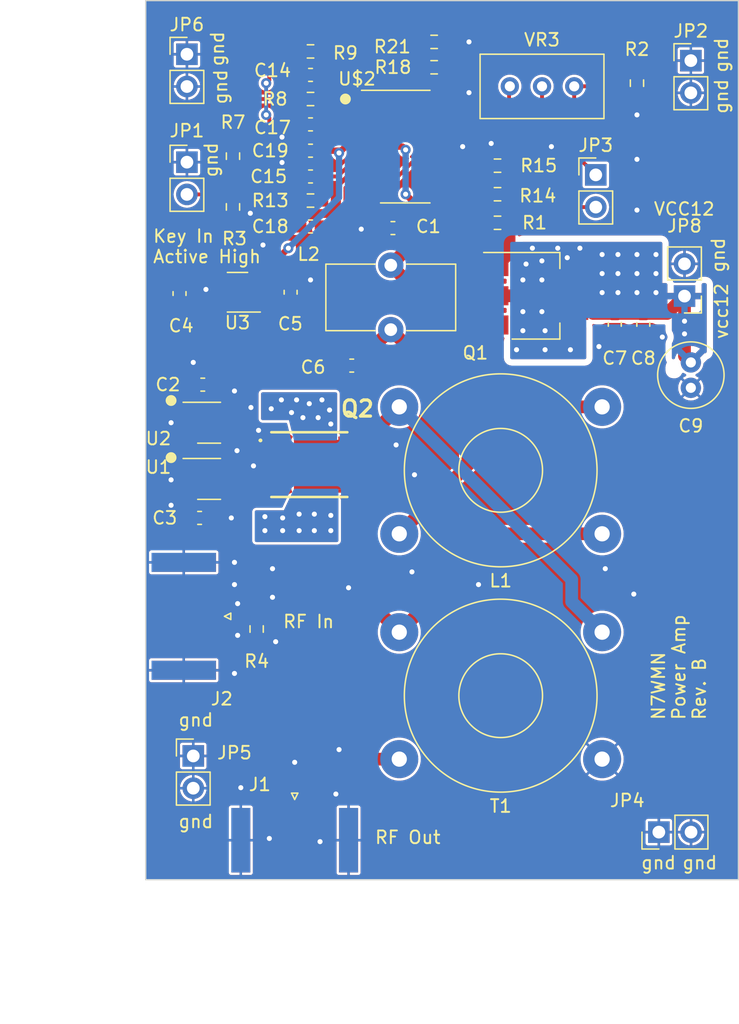
<source format=kicad_pcb>
(kicad_pcb (version 20221018) (generator pcbnew)
  (layers (0 "F.Cu" signal) (31 "B.Cu" signal) (34 "B.Paste" user) (35 "F.Paste" user) (36 "B.SilkS" user "B.Silkscreen") (37 "F.SilkS" user "F.Silkscreen") (38 "B.Mask" user) (39 "F.Mask" user) (44 "Edge.Cuts" user))
  (net 0 "")
  (net 1 "GND")
  (net 2 "/VCC3.3")
  (net 3 "/VCC12")
  (net 4 "Net-(C6-Pad2)")
  (net 5 "Net-(C14-Pad1)")
  (net 6 "Net-(U$2A--IN)")
  (net 7 "Net-(U$2B-+IN)")
  (net 8 "Net-(U$2A-+IN)")
  (net 9 "Net-(C18-Pad1)")
  (net 10 "Net-(U$2B--IN)")
  (net 11 "Net-(JP1-Pad2)")
  (net 12 "Net-(T1-AA)")
  (net 13 "Net-(T1-AB)")
  (net 14 "Net-(Q2A-G)")
  (net 15 "Net-(Q2B-G)")
  (net 16 "Net-(U$2C-OUT)")
  (net 17 "Net-(VR3-CCW)")
  (net 18 "Net-(U$2C--IN)")
  (net 19 "Net-(VR3-CW)")
  (net 20 "Net-(U$2D-OUT)")
  (net 21 "Net-(U$2D--IN)")
  (net 22 "Net-(U$2D-+IN)")
  (net 24 "Net-(Q1-E)")
  (net 25 "Net-(J1-In)")
  (net 26 "Net-(J2-In)")
  (net 27 "Net-(Q1-B)")
  (footprint "Package_SO:SOIC-14_3.9x8.7mm_P1.27mm" (layer "F.Cu") (at 85.8774 77.505)
    (fp_text reference "U$2")
    (fp_text value "OPA1679IDR")
  )
  (footprint "Capacitor_SMD:C_0603_1608Metric_Pad1.08x0.95mm_HandSolder" (layer "F.Cu") (at 81.655 94.755)
    (fp_text reference "C6")
    (fp_text value "1uF")
  )
  (footprint "Resistor_SMD:R_0603_1608Metric_Pad0.98x0.95mm_HandSolder" (layer "F.Cu") (at 93.155 81.255)
    (property "Value" "603-RC0603FR-073KL")
    (fp_text reference "R14")
    (fp_text value "3K")
  )
  (footprint "Connector_PinHeader_2.54mm:PinHeader_1x02_P2.54mm_Vertical" (layer "F.Cu") (at 68.655 70.23)
    (fp_text reference "JP6")
    (fp_text value "M02PTH")
  )
  (footprint "Connector_PinHeader_2.54mm:PinHeader_1x02_P2.54mm_Vertical" (layer "F.Cu") (at 108.405 70.73)
    (fp_text reference "JP2")
    (fp_text value "M02PTH")
  )
  (footprint "Resistor_SMD:R_0603_1608Metric_Pad0.98x0.95mm_HandSolder" (layer "F.Cu") (at 93.155 79.005)
    (property "Value" "603-RC0603FR-071KL")
    (fp_text reference "R15")
    (fp_text value "1K")
  )
  (footprint "Resistor_SMD:R_0603_1608Metric_Pad0.98x0.95mm_HandSolder" (layer "F.Cu") (at 78.405 70.005)
    (property "Value" "603-RC0603FR-0736KL")
    (fp_text reference "R9")
    (fp_text value "36K")
  )
  (footprint "Capacitor_THT:C_Radial_D5.0mm_H11.0mm_P2.00mm" (layer "F.Cu") (at 108.405 94.505 -90)
    (fp_text reference "C9")
    (fp_text value "CAP_POLPTH1")
  )
  (footprint "Package_TO_SOT_SMD:SOT-23-6_Handsoldering" (layer "F.Cu") (at 70.405 99.255)
    (fp_text reference "U2")
    (fp_text value "74LVC2G34")
  )
  (footprint "Resistor_SMD:R_0603_1608Metric_Pad0.98x0.95mm_HandSolder" (layer "F.Cu") (at 72.2884 78.255 -90)
    (property "Value" "603-RC0603FR-0733KL")
    (fp_text reference "R7")
    (fp_text value "33K")
  )
  (footprint "Connector_PinHeader_2.54mm:PinHeader_1x02_P2.54mm_Vertical" (layer "F.Cu") (at 69.155 125.505)
    (fp_text reference "JP5")
    (fp_text value "M02PTH")
  )
  (footprint "Connector_PinHeader_2.54mm:PinHeader_1x02_P2.54mm_Vertical" (layer "F.Cu") (at 68.655 78.73)
    (fp_text reference "JP1")
    (fp_text value "M02PTH")
  )
  (footprint "Connector_PinHeader_2.54mm:PinHeader_1x02_P2.54mm_Vertical" (layer "F.Cu") (at 107.905 89.28 180)
    (fp_text reference "JP8")
    (fp_text value "M02PTH")
  )
  (footprint "Package_TO_SOT_SMD:SOT-223" (layer "F.Cu") (at 96.1644 89.2556)
    (fp_text reference "Q1")
    (fp_text value "PBSS4360Z")
  )
  (footprint "Connector_Coaxial:SMA_Amphenol_132289_EdgeMount" (layer "F.Cu") (at 77.155 132.1425 -90)
    (fp_text reference "J1")
    (fp_text value "Conn_Coaxial")
  )
  (footprint "SamacSys_Parts:DMN10H220LPDW13" (layer "F.Cu") (at 80.905 102.555 -90)
    (fp_text reference "Q2")
    (fp_text value "DMN10H220LPDW" hide)
  )
  (footprint "Connector_PinHeader_2.54mm:PinHeader_1x02_P2.54mm_Vertical" (layer "F.Cu") (at 105.88 131.505 90)
    (fp_text reference "JP4")
    (fp_text value "M02PTH")
  )
  (footprint "Capacitor_SMD:C_0603_1608Metric_Pad1.08x0.95mm_HandSolder" (layer "F.Cu") (at 76.835 88.9762 -90)
    (fp_text reference "C5")
    (fp_text value "0.1uF")
  )
  (footprint "Resistor_SMD:R_0603_1608Metric_Pad0.98x0.95mm_HandSolder" (layer "F.Cu") (at 93.155 83.505 180)
    (fp_text reference "R1")
    (fp_text value "0")
  )
  (footprint "Capacitor_SMD:C_0603_1608Metric_Pad1.08x0.95mm_HandSolder" (layer "F.Cu") (at 78.405 77.8256)
    (fp_text reference "C19")
    (fp_text value "0.1uF")
  )
  (footprint "Resistor_SMD:R_0603_1608Metric_Pad0.98x0.95mm_HandSolder" (layer "F.Cu") (at 104.155 72.505 90)
    (property "Value" "603-RC0603FR-071KL")
    (fp_text reference "R2")
    (fp_text value "1K")
  )
  (footprint "Resistor_SMD:R_0603_1608Metric_Pad0.98x0.95mm_HandSolder" (layer "F.Cu") (at 88.155 71.255 180)
    (fp_text reference "R18")
    (fp_text value "0")
  )
  (footprint "Capacitor_SMD:C_0603_1608Metric_Pad1.08x0.95mm_HandSolder" (layer "F.Cu") (at 102.405 91.505 90)
    (fp_text reference "C7")
    (fp_text value "0.01uF")
  )
  (footprint "Capacitor_SMD:C_0603_1608Metric_Pad1.08x0.95mm_HandSolder" (layer "F.Cu") (at 69.655 106.755)
    (fp_text reference "C3")
    (fp_text value "0.1uF")
  )
  (footprint "Resistor_SMD:R_0603_1608Metric_Pad0.98x0.95mm_HandSolder" (layer "F.Cu") (at 88.155 69.255 180)
    (fp_text reference "R21")
    (fp_text value "0")
  )
  (footprint "Capacitor_SMD:C_0603_1608Metric_Pad1.08x0.95mm_HandSolder" (layer "F.Cu") (at 68.072 89.0778 -90)
    (fp_text reference "C4")
    (fp_text value "1uF")
  )
  (footprint "Resistor_SMD:R_0603_1608Metric_Pad0.98x0.95mm_HandSolder" (layer "F.Cu") (at 78.405 73.755 180)
    (property "Value" "603-RC0603FR-078K2L")
    (fp_text reference "R8")
    (fp_text value "8.2K")
  )
  (footprint "Capacitor_SMD:C_0603_1608Metric_Pad1.08x0.95mm_HandSolder" (layer "F.Cu") (at 78.405 75.755 180)
    (property "Value" "710-885012206071")
    (fp_text reference "C17")
    (fp_text value "0.1uF")
  )
  (footprint "Resistor_SMD:R_0603_1608Metric_Pad0.98x0.95mm_HandSolder" (layer "F.Cu") (at 78.405 81.755 180)
    (property "Value" "603-RC0603FR-0711KL")
    (fp_text reference "R13")
    (fp_text value "11K")
  )
  (footprint "Capacitor_SMD:C_0603_1608Metric_Pad1.08x0.95mm_HandSolder" (layer "F.Cu") (at 78.405 79.8576 180)
    (property "Value" "80-C0603C223K3R")
    (fp_text reference "C15")
    (fp_text value "0.022uF")
  )
  (footprint "Capacitor_SMD:C_0603_1608Metric_Pad1.08x0.95mm_HandSolder" (layer "F.Cu") (at 84.905 83.9216)
    (fp_text reference "C1")
    (fp_text value "1uF")
  )
  (footprint "Transformer_THT:Transformer_Toroid_Horizontal_D14.0mm_Amidon-T50" (layer "F.Cu") (at 101.405 98.005 180)
    (fp_text reference "L1")
    (fp_text value "L_Ferrite_Coupled")
  )
  (footprint "Inductor_THT:L_Toroid_Vertical_L10.0mm_W5.0mm_P5.08mm" (layer "F.Cu") (at 84.7344 86.8426)
    (fp_text reference "L2")
    (fp_text value "L_Ferrite")
  )
  (footprint "Resistor_SMD:R_0603_1608Metric_Pad0.98x0.95mm_HandSolder" (layer "F.Cu") (at 74.155 115.505 90)
    (property "Value" "603-RC0603FR-0733KL")
    (fp_text reference "R4")
    (fp_text value "47K")
  )
  (footprint "Capacitor_SMD:C_0603_1608Metric_Pad1.08x0.95mm_HandSolder" (layer "F.Cu") (at 104.655 91.505 90)
    (fp_text reference "C8")
    (fp_text value "0.1uF")
  )
  (footprint "Package_TO_SOT_SMD:SOT-23-6_Handsoldering" (layer "F.Cu") (at 70.405 103.6828)
    (fp_text reference "U1")
    (fp_text value "74LVC2G04")
  )
  (footprint "Capacitor_SMD:C_0603_1608Metric_Pad1.08x0.95mm_HandSolder" (layer "F.Cu") (at 78.405 71.8566)
    (property "Value" "710-885012206073")
    (fp_text reference "C14")
    (fp_text value "0.22uF")
  )
  (footprint "Resistor_SMD:R_0603_1608Metric_Pad0.98x0.95mm_HandSolder" (layer "F.Cu") (at 72.2884 82.255 -90)
    (property "Value" "603-RC0603FR-0733KL")
    (fp_text reference "R3")
    (fp_text value "47K")
  )
  (footprint "Connector_Coaxial:SMA_Amphenol_132289_EdgeMount" (layer "F.Cu") (at 68.405 114.505 180)
    (fp_text reference "J2")
    (fp_text value "Conn_Coaxial")
  )
  (footprint "Capacitor_SMD:C_0603_1608Metric_Pad1.08x0.95mm_HandSolder" (layer "F.Cu") (at 78.405 83.7946)
    (property "Value" "710-885012206073")
    (fp_text reference "C18")
    (fp_text value "0.22uF")
  )
  (footprint "Connector_PinHeader_2.54mm:PinHeader_1x02_P2.54mm_Vertical" (layer "F.Cu") (at 100.905 79.73)
    (fp_text reference "JP3")
    (fp_text value "M02PTH")
  )
  (footprint "Capacitor_SMD:C_0603_1608Metric_Pad1.08x0.95mm_HandSolder" (layer "F.Cu") (at 69.905 96.255)
    (fp_text reference "C2")
    (fp_text value "0.1uF")
  )
  (footprint "Transformer_THT:Transformer_Toroid_Horizontal_D14.0mm_Amidon-T50" (layer "F.Cu") (at 101.405 115.755 180)
    (fp_text reference "T1")
    (fp_text value "1:1")
  )
  (footprint "Package_TO_SOT_SMD:SOT-23-5" (layer "F.Cu") (at 72.644 88.9762 180)
    (fp_text reference "U3")
    (fp_text value "MIC5205-3.3YM5")
  )
  (footprint "Potentiometer_THT:Potentiometer_Bourns_3296W_Vertical" (layer "F.Cu") (at 99.205 72.755)
    (fp_text reference "VR3")
    (fp_text value "3296W-1-505LF")
  )
  (gr_circle (center 81.155 73.755) (end 81.508553 73.755) (stroke (width 0.15)) (fill solid) (layer "F.SilkS"))
  (gr_circle (center 67.405 102.005) (end 67.758553 102.005) (stroke (width 0.15)) (fill solid) (layer "F.SilkS"))
  (gr_circle (center 67.405 97.505) (end 67.758553 97.505) (stroke (width 0.15)) (fill solid) (layer "F.SilkS"))
  (gr_rect (start 65.405 66.005) (end 112.155 135.255) (stroke (width 0.1)) (fill none) (layer "Edge.Cuts"))
  (gr_text "gnd" (at 67.905 131.255) (layer "F.SilkS") (effects (font (size 1 1)) (justify left bottom)))
  (gr_text "vcc12" (at 111.405 92.755 90) (layer "F.SilkS") (effects (font (size 1 1)) (justify left bottom)))
  (gr_text "gnd" (at 71.155 80.005 90) (layer "F.SilkS") (effects (font (size 1 1)) (justify left bottom)))
  (gr_text "gnd" (at 111.155 87.505 90) (layer "F.SilkS") (effects (font (size 1 1)) (justify left bottom)))
  (gr_text "gnd" (at 67.905 123.255) (layer "F.SilkS") (effects (font (size 1 1)) (justify left bottom)))
  (gr_text "gnd" (at 71.655 71.255 90) (layer "F.SilkS") (effects (font (size 1 1)) (justify left bottom)))
  (gr_text "gnd" (at 111.405 75.005 90) (layer "F.SilkS") (effects (font (size 1 1)) (justify left bottom)))
  (gr_text "gnd" (at 111.405 71.755 90) (layer "F.SilkS") (effects (font (size 1 1)) (justify left bottom)))
  (gr_text "VCC12" (at 105.405 83.005) (layer "F.SilkS") (effects (font (size 1 1)) (justify left bottom)))
  (gr_text "gnd" (at 107.655 134.505) (layer "F.SilkS") (effects (font (size 1 1)) (justify left bottom)))
  (gr_text "RF Out" (at 83.405 132.505) (layer "F.SilkS") (effects (font (size 1 1)) (justify left bottom)))
  (gr_text "RF In" (at 76.155 115.505) (layer "F.SilkS") (effects (font (size 1 1)) (justify left bottom)))
  (gr_text "gnd" (at 71.905 74.255 90) (layer "F.SilkS") (effects (font (size 1 1)) (justify left bottom)))
  (gr_text "Key In\nActive High" (at 65.905 86.755) (layer "F.SilkS") (effects (font (size 1 1)) (justify left bottom)))
  (gr_text "N7WMN\nPower Amp\nRev. B" (at 109.655 122.755 90) (layer "F.SilkS") (effects (font (size 1 1)) (justify left bottom)))
  (gr_text "gnd" (at 104.405 134.505) (layer "F.SilkS") (effects (font (size 1 1)) (justify left bottom)))
  (via (at 86.605 103.355) (size 0.8) (drill 0.4) (layers "F.Cu" "B.Cu") (net 1))
  (via (at 72.905 128.005) (size 0.8) (drill 0.4) (layers "F.Cu" "B.Cu") (net 1))
  (via (at 77.155 126.005) (size 0.8) (drill 0.4) (layers "F.Cu" "B.Cu") (net 1))
  (via (at 73.705 98.055) (size 0.8) (drill 0.4) (layers "F.Cu" "B.Cu") (net 1))
  (via (at 81.405 112.255) (size 0.8) (drill 0.4) (layers "F.Cu" "B.Cu") (net 1))
  (via (at 76.155 78.755) (size 0.8) (drill 0.4) (layers "F.Cu" "B.Cu") (net 1))
  (via (at 79.155 132.255) (size 0.8) (drill 0.4) (layers "F.Cu" "B.Cu") (net 1))
  (via (at 72.405 112.005) (size 0.8) (drill 0.4) (layers "F.Cu" "B.Cu") (net 1))
  (via (at 104.155 75.005) (size 0.8) (drill 0.4) (layers "F.Cu" "B.Cu") (net 1))
  (via (at 72.655 116.005) (size 0.8) (drill 0.4) (layers "F.Cu" "B.Cu") (net 1))
  (via (at 90.905 69.255) (size 0.8) (drill 0.4) (layers "F.Cu" "B.Cu") (net 1))
  (via (at 75.155 132.005) (size 0.8) (drill 0.4) (layers "F.Cu" "B.Cu") (net 1))
  (via (at 67.405 105.755) (size 0.8) (drill 0.4) (layers "F.Cu" "B.Cu") (net 1))
  (via (at 72.405 96.755) (size 0.8) (drill 0.4) (layers "F.Cu" "B.Cu") (net 1))
  (via (at 75.405 110.755) (size 0.8) (drill 0.4) (layers "F.Cu" "B.Cu") (net 1))
  (via (at 92.655 77.255) (size 0.8) (drill 0.4) (layers "F.Cu" "B.Cu") (net 1))
  (via (at 86.405 111.005) (size 0.8) (drill 0.4) (layers "F.Cu" "B.Cu") (net 1))
  (via (at 106.155 92.505) (size 0.8) (drill 0.4) (layers "F.Cu" "B.Cu") (net 1))
  (via (at 91.655 112.005) (size 0.8) (drill 0.4) (layers "F.Cu" "B.Cu") (net 1))
  (via (at 72.155 106.755) (size 0.8) (drill 0.4) (layers "F.Cu" "B.Cu") (net 1))
  (via (at 72.605 101.455) (size 0.8) (drill 0.4) (layers "F.Cu" "B.Cu") (net 1))
  (via (at 70.155 88.755) (size 0.8) (drill 0.4) (layers "F.Cu" "B.Cu") (net 1))
  (via (at 85.155 101.005) (size 0.8) (drill 0.4) (layers "F.Cu" "B.Cu") (net 1))
  (via (at 74.305 99.855) (size 0.8) (drill 0.4) (layers "F.Cu" "B.Cu") (net 1))
  (via (at 78.405 88.005) (size 0.8) (drill 0.4) (layers "F.Cu" "B.Cu") (net 1))
  (via (at 72.405 110.255) (size 0.8) (drill 0.4) (layers "F.Cu" "B.Cu") (net 1))
  (via (at 104.155 78.505) (size 0.8) (drill 0.4) (layers "F.Cu" "B.Cu") (net 1))
  (via (at 73.905 102.655) (size 0.8) (drill 0.4) (layers "F.Cu" "B.Cu") (net 1))
  (via (at 73.655 82.755) (size 0.8) (drill 0.4) (layers "F.Cu" "B.Cu") (net 1))
  (via (at 67.405 99.255) (size 0.8) (drill 0.4) (layers "F.Cu" "B.Cu") (net 1))
  (via (at 69.155 94.505) (size 0.8) (drill 0.4) (layers "F.Cu" "B.Cu") (net 1))
  (via (at 82.405 84.005) (size 0.8) (drill 0.4) (layers "F.Cu" "B.Cu") (net 1))
  (via (at 101.655 110.755) (size 0.8) (drill 0.4) (layers "F.Cu" "B.Cu") (net 1))
  (via (at 90.905 73.255) (size 0.8) (drill 0.4) (layers "F.Cu" "B.Cu") (net 1))
  (via (at 97.405 77.505) (size 0.8) (drill 0.4) (layers "F.Cu" "B.Cu") (net 1))
  (via (at 104.155 82.505) (size 0.8) (drill 0.4) (layers "F.Cu" "B.Cu") (net 1))
  (via (at 67.405 103.755) (size 0.8) (drill 0.4) (layers "F.Cu" "B.Cu") (net 1))
  (via (at 75.655 116.505) (size 0.8) (drill 0.4) (layers "F.Cu" "B.Cu") (net 1))
  (via (at 101.155 93.255) (size 0.8) (drill 0.4) (layers "F.Cu" "B.Cu") (net 1))
  (via (at 76.155 76.755) (size 0.8) (drill 0.4) (layers "F.Cu" "B.Cu") (net 1))
  (via (at 74.655 85.255) (size 0.8) (drill 0.4) (layers "F.Cu" "B.Cu") (net 1))
  (via (at 80.405 128.505) (size 0.8) (drill 0.4) (layers "F.Cu" "B.Cu") (net 1))
  (via (at 90.405 77.505) (size 0.8) (drill 0.4) (layers "F.Cu" "B.Cu") (net 1))
  (via (at 103.905 112.755) (size 0.8) (drill 0.4) (layers "F.Cu" "B.Cu") (net 1))
  (via (at 80.655 125.005) (size 0.8) (drill 0.4) (layers "F.Cu" "B.Cu") (net 1))
  (via (at 72.405 119.005) (size 0.8) (drill 0.4) (layers "F.Cu" "B.Cu") (net 1))
  (via (at 75.405 113.005) (size 0.8) (drill 0.4) (layers "F.Cu" "B.Cu") (net 1))
  (via (at 72.655 113.505) (size 0.8) (drill 0.4) (layers "F.Cu" "B.Cu") (net 1))
  (segment (start 70.7675 96.255) (end 70.405 96.6175) (width 0.3048) (layer "F.Cu") (net 2))
  (segment (start 71.5065 89.9262) (end 68.0861 89.9262) (width 0.5) (layer "F.Cu") (net 2))
  (segment (start 71.5065 89.9262) (end 70.7675 90.6652) (width 0.5) (layer "F.Cu") (net 2))
  (segment (start 70.6702 103.6828) (end 71.755 103.6828) (width 0.3048) (layer "F.Cu") (net 2))
  (segment (start 70.405 103.723) (end 70.5175 103.8355) (width 0.3048) (layer "F.Cu") (net 2))
  (segment (start 70.5175 103.8355) (end 70.6702 103.6828) (width 0.3048) (layer "F.Cu") (net 2))
  (segment (start 68.0861 89.9262) (end 68.072 89.9403) (width 0.5) (layer "F.Cu") (net 2))
  (segment (start 70.405 99.255) (end 71.755 99.255) (width 0.3048) (layer "F.Cu") (net 2))
  (segment (start 70.5175 106.755) (end 70.5175 103.8355) (width 0.3048) (layer "F.Cu") (net 2))
  (segment (start 70.7675 90.6652) (end 70.7675 96.255) (width 0.5) (layer "F.Cu") (net 2))
  (segment (start 70.405 99.255) (end 70.405 103.723) (width 0.3048) (layer "F.Cu") (net 2))
  (segment (start 70.405 96.6175) (end 70.405 99.255) (width 0.3048) (layer "F.Cu") (net 2))
  (segment (start 99.3144 89.2556) (end 93.0144 89.2556) (width 1) (layer "F.Cu") (net 3))
  (segment (start 76.7475 89.9262) (end 76.835 89.8387) (width 0.5) (layer "F.Cu") (net 3))
  (segment (start 102.405 90.6425) (end 100.7013 90.6425) (width 1) (layer "F.Cu") (net 3))
  (segment (start 102.405 90.6425) (end 104.655 90.6425) (width 1) (layer "F.Cu") (net 3))
  (segment (start 73.7815 89.9262) (end 75.405 89.9262) (width 0.5) (layer "F.Cu") (net 3))
  (segment (start 104.655 90.6425) (end 106.5425 90.6425) (width 1) (layer "F.Cu") (net 3))
  (segment (start 75.1762 88.0262) (end 75.405 88.255) (width 0.5) (layer "F.Cu") (net 3))
  (segment (start 100.7013 90.6425) (end 99.3144 89.2556) (width 1) (layer "F.Cu") (net 3))
  (segment (start 90.155 85.505) (end 90.155 88.755) (width 0.5) (layer "F.Cu") (net 3))
  (segment (start 107.905 89.28) (end 107.905 91.255) (width 1) (layer "F.Cu") (net 3))
  (segment (start 75.1762 88.0262) (end 75.1762 86.9838) (width 0.5) (layer "F.Cu") (net 3))
  (segment (start 75.405 88.255) (end 75.405 89.9262) (width 0.5) (layer "F.Cu") (net 3))
  (segment (start 107.905 92.755) (end 107.905 94.005) (width 1) (layer "F.Cu") (net 3))
  (segment (start 83.4024 77.505) (end 85.655 77.505) (width 0.5) (layer "F.Cu") (net 3))
  (segment (start 75.405 89.9262) (end 76.7475 89.9262) (width 0.5) (layer "F.Cu") (net 3))
  (segment (start 107.905 94.005) (end 108.405 94.505) (width 1) (layer "F.Cu") (net 3))
  (segment (start 106.5425 90.6425) (end 107.905 89.28) (width 1) (layer "F.Cu") (net 3))
  (segment (start 80.8344 77.8256) (end 81.155 77.505) (width 0.5) (layer "F.Cu") (net 3))
  (segment (start 90.6556 89.2556) (end 93.0144 89.2556) (width 0.5) (layer "F.Cu") (net 3))
  (segment (start 85.905 81.255) (end 90.155 85.505) (width 0.5) (layer "F.Cu") (net 3))
  (segment (start 90.155 88.755) (end 90.6556 89.2556) (width 0.5) (layer "F.Cu") (net 3))
  (segment (start 79.2675 77.8256) (end 80.8344 77.8256) (width 0.5) (layer "F.Cu") (net 3))
  (segment (start 73.7815 88.0262) (end 75.1762 88.0262) (width 0.5) (layer "F.Cu") (net 3))
  (segment (start 107.905 91.255) (end 107.905 92.755) (width 1) (layer "F.Cu") (net 3))
  (segment (start 85.655 77.505) (end 85.905 77.755) (width 0.5) (layer "F.Cu") (net 3))
  (segment (start 75.1762 86.9838) (end 76.655 85.505) (width 0.5) (layer "F.Cu") (net 3))
  (segment (start 81.155 77.505) (end 83.4024 77.505) (width 0.5) (layer "F.Cu") (net 3))
  (via (at 98.655 86.255) (size 0.8) (drill 0.4) (layers "F.Cu" "B.Cu") (net 3))
  (via (at 101.405 87.505) (size 0.8) (drill 0.4) (layers "F.Cu" "B.Cu") (net 3))
  (via (at 101.405 89.005) (size 0.8) (drill 0.4) (layers "F.Cu" "B.Cu") (net 3))
  (via (at 104.155 89.005) (size 0.8) (drill 0.4) (layers "F.Cu" "B.Cu") (net 3))
  (via (at 95.155 88.005) (size 0.8) (drill 0.4) (layers "F.Cu" "B.Cu") (net 3))
  (via (at 96.655 86.505) (size 0.8) (drill 0.4) (layers "F.Cu" "B.Cu") (net 3))
  (via (at 95.405 86.755) (size 0.8) (drill 0.4) (layers "F.Cu" "B.Cu") (net 3))
  (via (at 105.655 86.005) (size 0.8) (drill 0.4) (layers "F.Cu" "B.Cu") (net 3))
  (via (at 99.655 85.505) (size 0.8) (drill 0.4) (layers "F.Cu" "B.Cu") (net 3))
  (via (at 104.155 87.505) (size 0.8) (drill 0.4) (layers "F.Cu" "B.Cu") (net 3))
  (via (at 96.655 88.005) (size 0.8) (drill 0.4) (layers "F.Cu" "B.Cu") (net 3))
  (via (at 96.905 93.505) (size 0.8) (drill 0.4) (layers "F.Cu" "B.Cu") (net 3))
  (via (at 96.655 90.505) (size 0.8) (drill 0.4) (layers "F.Cu" "B.Cu") (net 3))
  (via (at 96.905 92.005) (size 0.8) (drill 0.4) (layers "F.Cu" "B.Cu") (net 3))
  (via (at 85.905 81.255) (size 0.8) (drill 0.4) (layers "F.Cu" "B.Cu") (net 3))
  (via (at 97.905 85.505) (size 0.8) (drill 0.4) (layers "F.Cu" "B.Cu") (net 3))
  (via (at 95.155 90.505) (size 0.8) (drill 0.4) (layers "F.Cu" "B.Cu") (net 3))
  (via (at 102.655 87.505) (size 0.8) (drill 0.4) (layers "F.Cu" "B.Cu") (net 3))
  (via (at 104.155 86.005) (size 0.8) (drill 0.4) (layers "F.Cu" "B.Cu") (net 3))
  (via (at 76.655 85.505) (size 0.8) (drill 0.4) (layers "F.Cu" "B.Cu") (net 3))
  (via (at 95.905 85.505) (size 0.8) (drill 0.4) (layers "F.Cu" "B.Cu") (net 3))
  (via (at 80.655 78.005) (size 0.8) (drill 0.4) (layers "F.Cu" "B.Cu") (net 3))
  (via (at 107.905 92.255) (size 0.8) (drill 0.4) (layers "F.Cu" "B.Cu") (net 3))
  (via (at 101.405 86.005) (size 0.8) (drill 0.4) (layers "F.Cu" "B.Cu") (net 3))
  (via (at 107.905 91.255) (size 0.8) (drill 0.4) (layers "F.Cu" "B.Cu") (net 3))
  (via (at 102.655 86.005) (size 0.8) (drill 0.4) (layers "F.Cu" "B.Cu") (net 3))
  (via (at 94.655 93.505) (size 0.8) (drill 0.4) (layers "F.Cu" "B.Cu") (net 3))
  (via (at 105.655 87.505) (size 0.8) (drill 0.4) (layers "F.Cu" "B.Cu") (net 3))
  (via (at 85.905 77.755) (size 0.8) (drill 0.4) (layers "F.Cu" "B.Cu") (net 3))
  (via (at 95.155 92.005) (size 0.8) (drill 0.4) (layers "F.Cu" "B.Cu") (net 3))
  (via (at 105.655 89.005) (size 0.8) (drill 0.4) (layers "F.Cu" "B.Cu") (net 3))
  (via (at 102.655 89.005) (size 0.8) (drill 0.4) (layers "F.Cu" "B.Cu") (net 3))
  (via (at 98.905 93.505) (size 0.8) (drill 0.4) (layers "F.Cu" "B.Cu") (net 3))
  (segment (start 80.655 81.505) (end 80.655 78.005) (width 0.5) (layer "B.Cu") (net 3))
  (segment (start 85.905 77.755) (end 85.905 81.255) (width 0.5) (layer "B.Cu") (net 3))
  (segment (start 76.655 85.505) (end 80.655 81.505) (width 0.5) (layer "B.Cu") (net 3))
  (segment (start 82.5175 94.755) (end 82.5175 94.1395) (width 1) (layer "F.Cu") (net 4))
  (segment (start 84.7344 91.9226) (end 90.8168 98.005) (width 1) (layer "F.Cu") (net 4))
  (segment (start 90.8168 102.5932) (end 90.8168 98.005) (width 1) (layer "F.Cu") (net 4))
  (segment (start 82.5175 94.1395) (end 84.7344 91.9226) (width 1) (layer "F.Cu") (net 4))
  (segment (start 85.405 108.005) (end 90.8168 102.5932) (width 1) (layer "F.Cu") (net 4))
  (segment (start 90.8168 98.005) (end 101.405 98.005) (width 1) (layer "F.Cu") (net 4))
  (segment (start 72.2884 75.6216) (end 74.155 73.755) (width 0.3048) (layer "F.Cu") (net 5))
  (segment (start 72.2884 77.3425) (end 72.2884 75.6216) (width 0.3048) (layer "F.Cu") (net 5))
  (segment (start 74.155 73.755) (end 77.4925 73.755) (width 0.3048) (layer "F.Cu") (net 5))
  (segment (start 77.4925 71.9066) (end 77.5425 71.8566) (width 0.3048) (layer "F.Cu") (net 5))
  (segment (start 77.4925 73.755) (end 77.4925 71.9066) (width 0.3048) (layer "F.Cu") (net 5))
  (segment (start 83.4024 74.965) (end 82.115 74.965) (width 0.3048) (layer "F.Cu") (net 6))
  (segment (start 80.5066 71.8566) (end 81.405 72.755) (width 0.3048) (layer "F.Cu") (net 6))
  (segment (start 82.115 74.965) (end 81.405 74.255) (width 0.3048) (layer "F.Cu") (net 6))
  (segment (start 81.405 73.505) (end 81.595 73.695) (width 0.3048) (layer "F.Cu") (net 6))
  (segment (start 79.3175 70.005) (end 79.3175 71.8066) (width 0.3048) (layer "F.Cu") (net 6))
  (segment (start 79.3175 71.8066) (end 79.2675 71.8566) (width 0.3048) (layer "F.Cu") (net 6))
  (segment (start 79.2675 71.8566) (end 80.5066 71.8566) (width 0.3048) (layer "F.Cu") (net 6))
  (segment (start 81.405 73.255) (end 81.405 73.505) (width 0.3048) (layer "F.Cu") (net 6))
  (segment (start 81.595 73.695) (end 83.4024 73.695) (width 0.3048) (layer "F.Cu") (net 6))
  (segment (start 81.405 72.755) (end 81.405 73.255) (width 0.3048) (layer "F.Cu") (net 6))
  (segment (start 81.405 74.255) (end 81.405 73.255) (width 0.3048) (layer "F.Cu") (net 6))
  (segment (start 79.3175 81.755) (end 79.3175 79.9076) (width 0.3048) (layer "F.Cu") (net 7))
  (segment (start 81.655 78.755) (end 81.675 78.775) (width 0.3048) (layer "F.Cu") (net 7))
  (segment (start 79.3175 79.9076) (end 79.2675 79.8576) (width 0.3048) (layer "F.Cu") (net 7))
  (segment (start 79.2675 79.8576) (end 80.5524 79.8576) (width 0.3048) (layer "F.Cu") (net 7))
  (segment (start 80.5524 79.8576) (end 81.655 78.755) (width 0.3048) (layer "F.Cu") (net 7))
  (segment (start 81.675 78.775) (end 83.4024 78.775) (width 0.3048) (layer "F.Cu") (net 7))
  (segment (start 81.425 76.235) (end 83.4024 76.235) (width 0.3048) (layer "F.Cu") (net 8))
  (segment (start 79.3175 73.755) (end 79.3175 75.705) (width 0.3048) (layer "F.Cu") (net 8))
  (segment (start 79.2675 75.755) (end 80.905 75.755) (width 0.3048) (layer "F.Cu") (net 8))
  (segment (start 81.405 76.255) (end 81.425 76.235) (width 0.3048) (layer "F.Cu") (net 8))
  (segment (start 79.3175 75.705) (end 79.2675 75.755) (width 0.3048) (layer "F.Cu") (net 8))
  (segment (start 80.905 75.755) (end 81.405 76.255) (width 0.3048) (layer "F.Cu") (net 8))
  (segment (start 77.4925 81.755) (end 75.655 81.755) (width 0.3048) (layer "F.Cu") (net 9))
  (segment (start 75.155 70.755) (end 75.905 70.005) (width 0.3048) (layer "F.Cu") (net 9))
  (segment (start 75.155 81.255) (end 75.155 75.255) (width 0.3048) (layer "F.Cu") (net 9))
  (segment (start 77.5425 83.7946) (end 77.5425 81.805) (width 0.3048) (layer "F.Cu") (net 9))
  (segment (start 75.155 75.255) (end 74.905 75.005) (width 0.3048) (layer "F.Cu") (net 9))
  (segment (start 77.5425 81.805) (end 77.4925 81.755) (width 0.3048) (layer "F.Cu") (net 9))
  (segment (start 75.655 81.755) (end 75.155 81.255) (width 0.3048) (layer "F.Cu") (net 9))
  (segment (start 75.905 70.005) (end 77.4925 70.005) (width 0.3048) (layer "F.Cu") (net 9))
  (segment (start 74.905 72.505) (end 75.155 72.255) (width 0.3048) (layer "F.Cu") (net 9))
  (segment (start 75.155 72.255) (end 75.155 70.755) (width 0.3048) (layer "F.Cu") (net 9))
  (via (at 74.905 72.505) (size 0.8) (drill 0.4) (layers "F.Cu" "B.Cu") (net 9))
  (via (at 74.905 75.005) (size 0.8) (drill 0.4) (layers "F.Cu" "B.Cu") (net 9))
  (segment (start 74.905 75.005) (end 74.905 72.505) (width 0.3048) (layer "B.Cu") (net 9))
  (segment (start 81.465 81.315) (end 81.155 81.005) (width 0.3048) (layer "F.Cu") (net 10))
  (segment (start 81.155 82.255) (end 81.155 81.005) (width 0.3048) (layer "F.Cu") (net 10))
  (segment (start 83.4024 81.315) (end 81.465 81.315) (width 0.3048) (layer "F.Cu") (net 10))
  (segment (start 81.945 80.045) (end 83.4024 80.045) (width 0.3048) (layer "F.Cu") (net 10))
  (segment (start 81.155 81.005) (end 81.155 80.755) (width 0.3048) (layer "F.Cu") (net 10))
  (segment (start 81.905 80.005) (end 81.945 80.045) (width 0.3048) (layer "F.Cu") (net 10))
  (segment (start 79.6154 83.7946) (end 81.155 82.255) (width 0.3048) (layer "F.Cu") (net 10))
  (segment (start 85.115 80.045) (end 86.405 78.755) (width 0.3048) (layer "F.Cu") (net 10))
  (segment (start 83.4024 80.045) (end 85.115 80.045) (width 0.3048) (layer "F.Cu") (net 10))
  (segment (start 79.2675 83.7946) (end 79.6154 83.7946) (width 0.3048) (layer "F.Cu") (net 10))
  (segment (start 81.155 80.755) (end 81.905 80.005) (width 0.3048) (layer "F.Cu") (net 10))
  (segment (start 86.425 78.775) (end 88.3524 78.775) (width 0.3048) (layer "F.Cu") (net 10))
  (segment (start 86.405 78.755) (end 86.425 78.775) (width 0.3048) (layer "F.Cu") (net 10))
  (segment (start 68.655 81.27) (end 72.2159 81.27) (width 0.3048) (layer "F.Cu") (net 11))
  (segment (start 72.2884 79.1675) (end 72.2884 81.3425) (width 0.3048) (layer "F.Cu") (net 11))
  (segment (start 72.2159 81.27) (end 72.2884 81.3425) (width 0.3048) (layer "F.Cu") (net 11))
  (segment (start 83.98 99.43) (end 83.28 100.13) (width 1) (layer "F.Cu") (net 12))
  (segment (start 83.305 101.755) (end 83.28 101.73) (width 0.5) (layer "F.Cu") (net 12))
  (segment (start 81.26 100.65) (end 82.76 100.65) (width 0.5) (layer "F.Cu") (net 12))
  (segment (start 81.26 101.92) (end 83.14 101.92) (width 0.5) (layer "F.Cu") (net 12))
  (segment (start 85.405 98.005) (end 83.98 99.43) (width 1) (layer "F.Cu") (net 12))
  (segment (start 82.76 100.65) (end 83.98 99.43) (width 0.5) (layer "F.Cu") (net 12))
  (segment (start 83.28 101.73) (end 83.28 100.13) (width 0.5) (layer "F.Cu") (net 12))
  (segment (start 83.14 101.92) (end 83.305 101.755) (width 0.5) (layer "F.Cu") (net 12))
  (via (at 76.105 97.455) (size 0.8) (drill 0.4) (layers "F.Cu" "B.Cu") (net 12))
  (via (at 76.905 98.455) (size 0.8) (drill 0.4) (layers "F.Cu" "B.Cu") (net 12))
  (via (at 79.905 98.255) (size 0.8) (drill 0.4) (layers "F.Cu" "B.Cu") (net 12))
  (via (at 79.005 98.855) (size 0.8) (drill 0.4) (layers "F.Cu" "B.Cu") (net 12))
  (via (at 77.305 97.455) (size 0.8) (drill 0.4) (layers "F.Cu" "B.Cu") (net 12))
  (via (at 80.005 99.355) (size 0.8) (drill 0.4) (layers "F.Cu" "B.Cu") (net 12))
  (via (at 75.305 98.155) (size 0.8) (drill 0.4) (layers "F.Cu" "B.Cu") (net 12))
  (via (at 79.305 97.455) (size 0.8) (drill 0.4) (layers "F.Cu" "B.Cu") (net 12))
  (via (at 78.305 97.755) (size 0.8) (drill 0.4) (layers "F.Cu" "B.Cu") (net 12))
  (via (at 77.805 98.855) (size 0.8) (drill 0.4) (layers "F.Cu" "B.Cu") (net 12))
  (segment (start 99.005 113.355) (end 101.405 115.755) (width 1) (layer "B.Cu") (net 12))
  (segment (start 99.005 111.605) (end 99.005 113.355) (width 1) (layer "B.Cu") (net 12))
  (segment (start 85.405 98.005) (end 99.005 111.605) (width 1) (layer "B.Cu") (net 12))
  (segment (start 91.915 108.005) (end 91.915 109.245) (width 1) (layer "F.Cu") (net 13))
  (segment (start 82.975 103.425) (end 82.975 105.455) (width 0.5) (layer "F.Cu") (net 13))
  (segment (start 83.755 114.105) (end 85.405 115.755) (width 1) (layer "F.Cu") (net 13))
  (segment (start 91.915 109.245) (end 85.405 115.755) (width 1) (layer "F.Cu") (net 13))
  (segment (start 81.26 103.19) (end 82.74 103.19) (width 0.5) (layer "F.Cu") (net 13))
  (segment (start 81.98 104.46) (end 82.975 105.455) (width 0.5) (layer "F.Cu") (net 13))
  (segment (start 83.755 111.065) (end 83.755 114.105) (width 1) (layer "F.Cu") (net 13))
  (segment (start 101.405 108.005) (end 91.915 108.005) (width 1) (layer "F.Cu") (net 13))
  (segment (start 82.74 103.19) (end 82.975 103.425) (width 0.5) (layer "F.Cu") (net 13))
  (segment (start 82.975 105.455) (end 82.975 110.285) (width 1) (layer "F.Cu") (net 13))
  (segment (start 82.975 110.285) (end 83.755 111.065) (width 1) (layer "F.Cu") (net 13))
  (segment (start 81.26 104.46) (end 81.98 104.46) (width 0.5) (layer "F.Cu") (net 13))
  (via (at 78.705 107.755) (size 0.8) (drill 0.4) (layers "F.Cu" "B.Cu") (net 13))
  (via (at 78.705 106.455) (size 0.8) (drill 0.4) (layers "F.Cu" "B.Cu") (net 13))
  (via (at 80.005 107.755) (size 0.8) (drill 0.4) (layers "F.Cu" "B.Cu") (net 13))
  (via (at 80.005 106.555) (size 0.8) (drill 0.4) (layers "F.Cu" "B.Cu") (net 13))
  (via (at 77.505 107.755) (size 0.8) (drill 0.4) (layers "F.Cu" "B.Cu") (net 13))
  (via (at 77.505 106.455) (size 0.8) (drill 0.4) (layers "F.Cu" "B.Cu") (net 13))
  (via (at 76.205 106.755) (size 0.8) (drill 0.4) (layers "F.Cu" "B.Cu") (net 13))
  (via (at 74.805 107.755) (size 0.8) (drill 0.4) (layers "F.Cu" "B.Cu") (net 13))
  (via (at 76.205 107.755) (size 0.8) (drill 0.4) (layers "F.Cu" "B.Cu") (net 13))
  (via (at 74.805 106.655) (size 0.8) (drill 0.4) (layers "F.Cu" "B.Cu") (net 13))
  (segment (start 75.64 101.92) (end 74.87 101.92) (width 0.5) (layer "F.Cu") (net 14))
  (segment (start 73.155 98.755) (end 73.155 100.205) (width 0.3048) (layer "F.Cu") (net 14))
  (segment (start 74.87 101.92) (end 73.155 100.205) (width 0.5) (layer "F.Cu") (net 14))
  (segment (start 71.755 100.205) (end 73.155 100.205) (width 0.3048) (layer "F.Cu") (net 14))
  (segment (start 71.755 98.305) (end 72.705 98.305) (width 0.3048) (layer "F.Cu") (net 14))
  (segment (start 72.705 98.305) (end 73.155 98.755) (width 0.3048) (layer "F.Cu") (net 14))
  (segment (start 71.755 102.7328) (end 72.8398 102.7328) (width 0.3048) (layer "F.Cu") (net 15))
  (segment (start 73.155 103.048) (end 73.155 104.6328) (width 0.3048) (layer "F.Cu") (net 15))
  (segment (start 75.64 104.46) (end 73.3278 104.46) (width 0.5) (layer "F.Cu") (net 15))
  (segment (start 71.755 104.6328) (end 73.155 104.6328) (width 0.3048) (layer "F.Cu") (net 15))
  (segment (start 72.8398 102.7328) (end 73.155 103.048) (width 0.3048) (layer "F.Cu") (net 15))
  (segment (start 73.3278 104.46) (end 73.155 104.6328) (width 0.5) (layer "F.Cu") (net 15))
  (segment (start 88.3524 81.315) (end 92.1825 81.315) (width 0.3048) (layer "F.Cu") (net 16))
  (segment (start 92.1825 81.315) (end 92.2425 81.255) (width 0.3048) (layer "F.Cu") (net 16))
  (segment (start 92.2425 81.255) (end 92.2425 83.505) (width 0.3048) (layer "F.Cu") (net 16))
  (segment (start 99.205 78.03) (end 100.905 79.73) (width 0.3048) (layer "F.Cu") (net 17))
  (segment (start 101.155 72.755) (end 102.3175 71.5925) (width 0.3048) (layer "F.Cu") (net 17))
  (segment (start 99.205 72.755) (end 99.205 78.03) (width 0.3048) (layer "F.Cu") (net 17))
  (segment (start 102.3175 71.5925) (end 104.155 71.5925) (width 0.3048) (layer "F.Cu") (net 17))
  (segment (start 99.205 72.755) (end 101.155 72.755) (width 0.3048) (layer "F.Cu") (net 17))
  (segment (start 89.615 80.045) (end 90.655 79.005) (width 0.3048) (layer "F.Cu") (net 18))
  (segment (start 90.655 79.005) (end 92.2425 79.005) (width 0.3048) (layer "F.Cu") (net 18))
  (segment (start 93.155 79.9175) (end 93.155 80.3425) (width 0.3048) (layer "F.Cu") (net 18))
  (segment (start 88.3524 80.045) (end 89.615 80.045) (width 0.3048) (layer "F.Cu") (net 18))
  (segment (start 93.155 80.3425) (end 94.0675 81.255) (width 0.3048) (layer "F.Cu") (net 18))
  (segment (start 92.2425 79.005) (end 93.155 79.9175) (width 0.3048) (layer "F.Cu") (net 18))
  (segment (start 95.155 76.755) (end 94.0675 76.755) (width 0.3048) (layer "F.Cu") (net 19))
  (segment (start 94.0675 76.755) (end 94.0675 72.8125) (width 0.3048) (layer "F.Cu") (net 19))
  (segment (start 100.905 82.27) (end 98.92 82.27) (width 0.3048) (layer "F.Cu") (net 19))
  (segment (start 94.0675 79.005) (end 94.0675 76.755) (width 0.3048) (layer "F.Cu") (net 19))
  (segment (start 98.92 82.27) (end 95.655 79.005) (width 0.3048) (layer "F.Cu") (net 19))
  (segment (start 96.665 75.245) (end 95.155 76.755) (width 0.3048) (layer "F.Cu") (net 19))
  (segment (start 96.665 72.755) (end 96.665 75.245) (width 0.3048) (layer "F.Cu") (net 19))
  (segment (start 94.0675 72.8125) (end 94.125 72.755) (width 0.3048) (layer "F.Cu") (net 19))
  (segment (start 95.655 79.005) (end 94.0675 79.005) (width 0.3048) (layer "F.Cu") (net 19))
  (segment (start 89.0675 72.1675) (end 89.0675 71.255) (width 0.3048) (layer "F.Cu") (net 20))
  (segment (start 89.155 72.8924) (end 89.155 72.255) (width 0.3048) (layer "F.Cu") (net 20))
  (segment (start 89.155 72.255) (end 89.0675 72.1675) (width 0.3048) (layer "F.Cu") (net 20))
  (segment (start 88.3524 73.695) (end 89.155 72.8924) (width 0.3048) (layer "F.Cu") (net 20))
  (segment (start 86.695 74.965) (end 88.3524 74.965) (width 0.3048) (layer "F.Cu") (net 21))
  (segment (start 86.405 74.755) (end 86.655 75.005) (width 0.3048) (layer "F.Cu") (net 21))
  (segment (start 86.405 71.755) (end 86.405 74.755) (width 0.3048) (layer "F.Cu") (net 21))
  (segment (start 87.2425 71.255) (end 86.905 71.255) (width 0.3048) (layer "F.Cu") (net 21))
  (segment (start 86.905 71.255) (end 86.405 71.755) (width 0.3048) (layer "F.Cu") (net 21))
  (segment (start 86.655 75.005) (end 86.695 74.965) (width 0.3048) (layer "F.Cu") (net 21))
  (segment (start 85.155 69.755) (end 85.655 69.255) (width 0.3048) (layer "F.Cu") (net 22))
  (segment (start 85.155 74.755) (end 85.155 69.755) (width 0.3048) (layer "F.Cu") (net 22))
  (segment (start 85.655 69.255) (end 87.2425 69.255) (width 0.3048) (layer "F.Cu") (net 22))
  (segment (start 86.635 76.235) (end 85.155 74.755) (width 0.3048) (layer "F.Cu") (net 22))
  (segment (start 88.3524 76.235) (end 86.635 76.235) (width 0.3048) (layer "F.Cu") (net 22))
  (segment (start 84.7344 86.8426) (end 85.7675 85.8095) (width 1) (layer "F.Cu") (net 24))
  (segment (start 85.7675 85.8095) (end 85.7675 83.9216) (width 1) (layer "F.Cu") (net 24))
  (segment (start 93.0144 91.5556) (end 89.4474 91.5556) (width 1) (layer "F.Cu") (net 24))
  (segment (start 89.4474 91.5556) (end 84.7344 86.8426) (width 1) (layer "F.Cu") (net 24))
  (segment (start 81.415 126.505) (end 79.155 126.505) (width 1) (layer "F.Cu") (net 25))
  (segment (start 79.155 126.505) (end 77.155 128.505) (width 1) (layer "F.Cu") (net 25))
  (segment (start 81.415 126.505) (end 82.165 125.755) (width 1) (layer "F.Cu") (net 25))
  (segment (start 82.165 125.755) (end 85.405 125.755) (width 1) (layer "F.Cu") (net 25))
  (segment (start 77.155 128.505) (end 77.155 132.1425) (width 1) (layer "F.Cu") (net 25))
  (segment (start 66.7828 104.6328) (end 66.405 104.255) (width 0.3048) (layer "F.Cu") (net 26))
  (segment (start 69.055 104.6328) (end 66.7828 104.6328) (width 0.3048) (layer "F.Cu") (net 26))
  (segment (start 69.055 100.205) (end 66.955 100.205) (width 0.3048) (layer "F.Cu") (net 26))
  (segment (start 66.405 103.255) (end 66.405 104.255) (width 0.3048) (layer "F.Cu") (net 26))
  (segment (start 74.155 110.255) (end 72.405 108.505) (width 0.3048) (layer "F.Cu") (net 26))
  (segment (start 66.955 100.205) (end 66.405 100.755) (width 0.3048) (layer "F.Cu") (net 26))
  (segment (start 67.655 108.505) (end 66.905 107.755) (width 0.3048) (layer "F.Cu") (net 26))
  (segment (start 66.405 107.755) (end 66.405 104.255) (width 0.3048) (layer "F.Cu") (net 26))
  (segment (start 74.155 114.5925) (end 74.155 110.255) (width 0.3048) (layer "F.Cu") (net 26))
  (segment (start 74.0675 114.505) (end 74.155 114.5925) (width 0.3048) (layer "F.Cu") (net 26))
  (segment (start 69.055 102.7328) (end 66.9272 102.7328) (width 0.3048) (layer "F.Cu") (net 26))
  (segment (start 66.605 98.305) (end 66.405 98.505) (width 0.3048) (layer "F.Cu") (net 26))
  (segment (start 69.055 98.305) (end 66.605 98.305) (width 0.3048) (layer "F.Cu") (net 26))
  (segment (start 72.405 108.505) (end 67.655 108.505) (width 0.3048) (layer "F.Cu") (net 26))
  (segment (start 66.405 100.755) (end 66.405 103.255) (width 0.3048) (layer "F.Cu") (net 26))
  (segment (start 66.905 107.755) (end 66.405 107.755) (width 0.3048) (layer "F.Cu") (net 26))
  (segment (start 68.405 114.505) (end 74.0675 114.505) (width 0.5) (layer "F.Cu") (net 26))
  (segment (start 66.9272 102.7328) (end 66.405 103.255) (width 0.3048) (layer "F.Cu") (net 26))
  (segment (start 66.405 98.505) (end 66.405 100.755) (width 0.3048) (layer "F.Cu") (net 26))
  (segment (start 94.0675 83.505) (end 94.0675 85.9025) (width 1) (layer "F.Cu") (net 27))
  (segment (start 94.0675 85.9025) (end 93.0144 86.9556) (width 1) (layer "F.Cu") (net 27))
  (zone (net 1) (net_name "GND") (layers "F&B.Cu") (priority 1) (connect_pads (clearance 0.2)) (min_thickness 0.2) (fill yes (thermal_gap 0.2) (thermal_bridge_width 0.2))
    (polygon (pts (xy 65.405 66.005) (xy 112.155 66.005) (xy 112.155 135.255) (xy 65.405 135.255)))
  )
  (zone (net 13) (net_name "Net-(T1-AB)") (layers "F&B.Cu") (priority 2) (connect_pads (clearance 0)) (min_thickness 0.25) (fill yes (thermal_gap 0.5) (thermal_bridge_width 0.5))
    (polygon (pts (xy 77.105 104.455) (xy 76.305 106.155) (xy 74.005 106.155) (xy 74.005 108.655) (xy 80.605 108.655) (xy 80.605 104.455)))
  )
  (zone (net 12) (net_name "Net-(T1-AA)") (layers "F&B.Cu") (priority 2) (connect_pads (clearance 0)) (min_thickness 0.25) (fill yes (thermal_gap 0.5) (thermal_bridge_width 0.5))
    (polygon (pts (xy 77.105 100.655) (xy 76.705 99.055) (xy 74.505 99.055) (xy 74.505 96.855) (xy 80.505 96.855) (xy 80.505 100.655)))
  )
  (zone (net 3) (net_name "/VCC12") (layers "F&B.Cu") (name "VCC12") (priority 1) (connect_pads (clearance 0.5)) (min_thickness 0.25) (fill yes (thermal_gap 0.5) (thermal_bridge_width 0.5))
    (polygon (pts (xy 106.155 85.005) (xy 94.155 85.005) (xy 94.155 94.255) (xy 100.155 94.255) (xy 100.155 91.005) (xy 106.905 91.005) (xy 106.905 95.255) (xy 109.655 95.255) (xy 109.655 88.255) (xy 106.155 88.255) (xy 106.155 87.755)))
  )
)
</source>
